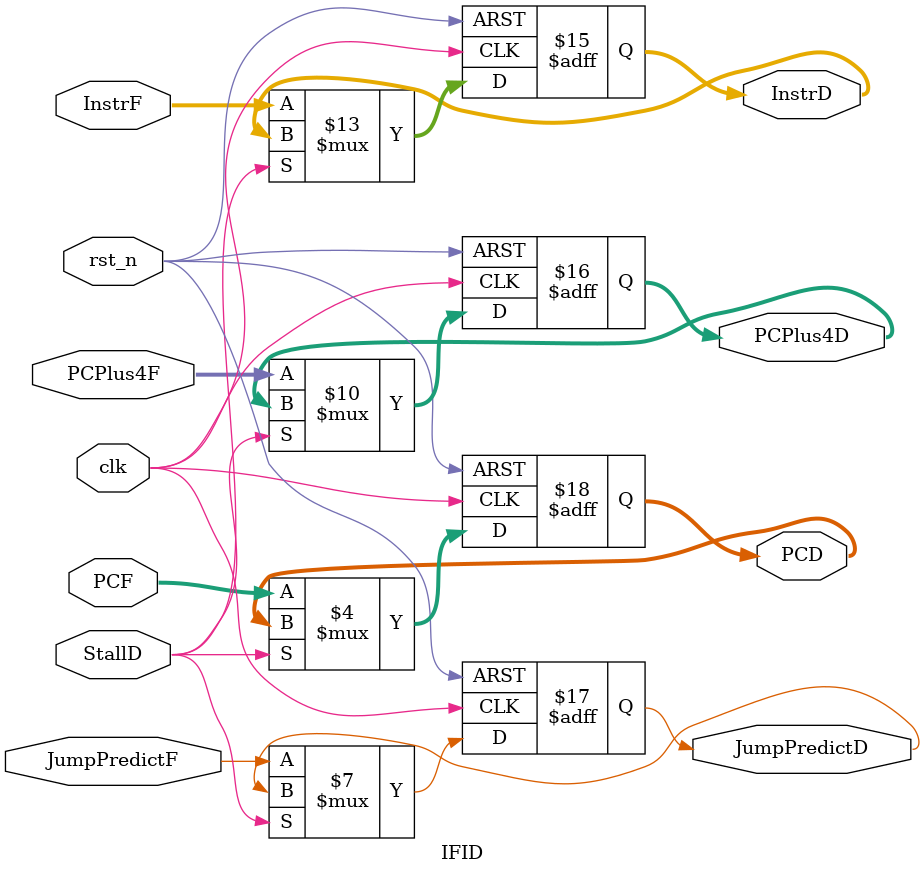
<source format=v>
`timescale 1ns / 1ps
module IFID(
input clk,
input rst_n,
input [31:0] InstrF,
input [31:0] PCPlus4F,
input JumpPredictF,
input [31:0] PCF,
output reg [31:0] InstrD,
output reg [31:0] PCPlus4D,
output reg JumpPredictD,
output reg [31:0] PCD,
// hazard signal
input StallD
    );

always@(posedge clk or negedge rst_n) begin
	if(~rst_n) begin
		InstrD <= 0; PCPlus4D <= 0; JumpPredictD <= 0; PCD <= 0;
	end
	else begin
		if(StallD) begin
			InstrD <= InstrD;
			PCPlus4D <= PCPlus4D;
			JumpPredictD <= JumpPredictD;
			PCD <= PCD;
		end
		else begin
			InstrD <= InstrF;
			PCPlus4D <= PCPlus4F;
			JumpPredictD <= JumpPredictF;
			PCD <= PCF;
		end
	end
end

endmodule

</source>
